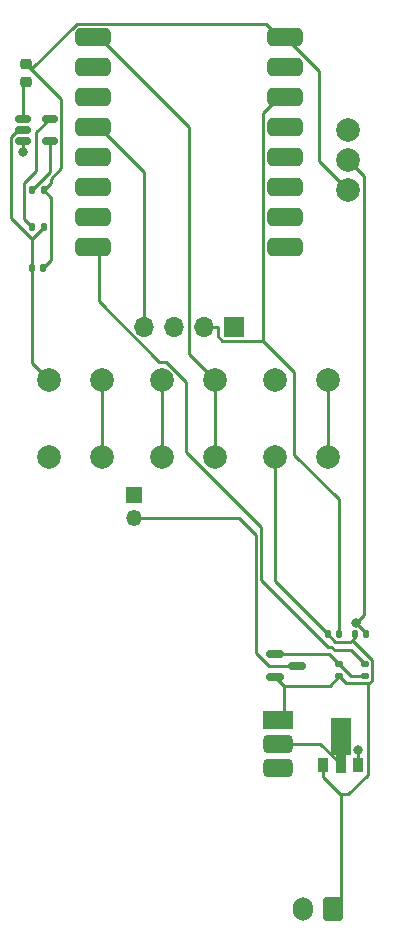
<source format=gbr>
%TF.GenerationSoftware,KiCad,Pcbnew,7.0.7*%
%TF.CreationDate,2024-05-12T05:58:01-05:00*%
%TF.ProjectId,ThinkTankTimerVote,5468696e-6b54-4616-9e6b-54696d657256,rev?*%
%TF.SameCoordinates,Original*%
%TF.FileFunction,Copper,L1,Top*%
%TF.FilePolarity,Positive*%
%FSLAX46Y46*%
G04 Gerber Fmt 4.6, Leading zero omitted, Abs format (unit mm)*
G04 Created by KiCad (PCBNEW 7.0.7) date 2024-05-12 05:58:01*
%MOMM*%
%LPD*%
G01*
G04 APERTURE LIST*
G04 Aperture macros list*
%AMRoundRect*
0 Rectangle with rounded corners*
0 $1 Rounding radius*
0 $2 $3 $4 $5 $6 $7 $8 $9 X,Y pos of 4 corners*
0 Add a 4 corners polygon primitive as box body*
4,1,4,$2,$3,$4,$5,$6,$7,$8,$9,$2,$3,0*
0 Add four circle primitives for the rounded corners*
1,1,$1+$1,$2,$3*
1,1,$1+$1,$4,$5*
1,1,$1+$1,$6,$7*
1,1,$1+$1,$8,$9*
0 Add four rect primitives between the rounded corners*
20,1,$1+$1,$2,$3,$4,$5,0*
20,1,$1+$1,$4,$5,$6,$7,0*
20,1,$1+$1,$6,$7,$8,$9,0*
20,1,$1+$1,$8,$9,$2,$3,0*%
%AMFreePoly0*
4,1,9,3.862500,-0.866500,0.737500,-0.866500,0.737500,-0.450000,-0.737500,-0.450000,-0.737500,0.450000,0.737500,0.450000,0.737500,0.866500,3.862500,0.866500,3.862500,-0.866500,3.862500,-0.866500,$1*%
G04 Aperture macros list end*
%TA.AperFunction,ComponentPad*%
%ADD10C,2.000000*%
%TD*%
%TA.AperFunction,SMDPad,CuDef*%
%ADD11RoundRect,0.140000X-0.140000X-0.170000X0.140000X-0.170000X0.140000X0.170000X-0.140000X0.170000X0*%
%TD*%
%TA.AperFunction,SMDPad,CuDef*%
%ADD12RoundRect,0.150000X-0.587500X-0.150000X0.587500X-0.150000X0.587500X0.150000X-0.587500X0.150000X0*%
%TD*%
%TA.AperFunction,SMDPad,CuDef*%
%ADD13R,0.900000X1.300000*%
%TD*%
%TA.AperFunction,SMDPad,CuDef*%
%ADD14FreePoly0,90.000000*%
%TD*%
%TA.AperFunction,SMDPad,CuDef*%
%ADD15RoundRect,0.135000X-0.135000X-0.185000X0.135000X-0.185000X0.135000X0.185000X-0.135000X0.185000X0*%
%TD*%
%TA.AperFunction,ComponentPad*%
%ADD16R,1.700000X1.700000*%
%TD*%
%TA.AperFunction,ComponentPad*%
%ADD17O,1.700000X1.700000*%
%TD*%
%TA.AperFunction,SMDPad,CuDef*%
%ADD18RoundRect,0.135000X0.185000X-0.135000X0.185000X0.135000X-0.185000X0.135000X-0.185000X-0.135000X0*%
%TD*%
%TA.AperFunction,ComponentPad*%
%ADD19RoundRect,0.381000X-1.119000X-0.381000X1.119000X-0.381000X1.119000X0.381000X-1.119000X0.381000X0*%
%TD*%
%TA.AperFunction,SMDPad,CuDef*%
%ADD20RoundRect,0.150000X-0.512500X-0.150000X0.512500X-0.150000X0.512500X0.150000X-0.512500X0.150000X0*%
%TD*%
%TA.AperFunction,ComponentPad*%
%ADD21R,2.524000X1.524000*%
%TD*%
%TA.AperFunction,ComponentPad*%
%ADD22RoundRect,0.381000X-0.881000X-0.381000X0.881000X-0.381000X0.881000X0.381000X-0.881000X0.381000X0*%
%TD*%
%TA.AperFunction,ComponentPad*%
%ADD23RoundRect,0.250000X0.600000X0.750000X-0.600000X0.750000X-0.600000X-0.750000X0.600000X-0.750000X0*%
%TD*%
%TA.AperFunction,ComponentPad*%
%ADD24O,1.700000X2.000000*%
%TD*%
%TA.AperFunction,SMDPad,CuDef*%
%ADD25RoundRect,0.218750X0.256250X-0.218750X0.256250X0.218750X-0.256250X0.218750X-0.256250X-0.218750X0*%
%TD*%
%TA.AperFunction,ComponentPad*%
%ADD26R,1.350000X1.350000*%
%TD*%
%TA.AperFunction,ComponentPad*%
%ADD27O,1.350000X1.350000*%
%TD*%
%TA.AperFunction,ViaPad*%
%ADD28C,0.800000*%
%TD*%
%TA.AperFunction,Conductor*%
%ADD29C,0.250000*%
%TD*%
G04 APERTURE END LIST*
D10*
%TO.P,SW3,1,1*%
%TO.N,GND*%
X182245000Y-105410000D03*
X182245000Y-98910000D03*
%TO.P,SW3,2,2*%
%TO.N,Middle*%
X186745000Y-105410000D03*
X186745000Y-98910000D03*
%TD*%
D11*
%TO.P,C2,1*%
%TO.N,GND*%
X196271000Y-120396000D03*
%TO.P,C2,2*%
%TO.N,+3V3*%
X197231000Y-120396000D03*
%TD*%
D12*
%TO.P,Q1,1,G*%
%TO.N,Net-(Q1-G)*%
X191800000Y-122113000D03*
%TO.P,Q1,2,S*%
%TO.N,GND*%
X191800000Y-124013000D03*
%TO.P,Q1,3,D*%
%TO.N,Motor-*%
X193675000Y-123063000D03*
%TD*%
D13*
%TO.P,U2,1,GND*%
%TO.N,GND*%
X195858000Y-131490000D03*
D14*
%TO.P,U2,2,VIN*%
%TO.N,VILDO*%
X197358000Y-131402500D03*
D13*
%TO.P,U2,3,VOUT*%
%TO.N,+3V3*%
X198858000Y-131490000D03*
%TD*%
D11*
%TO.P,C1,1*%
%TO.N,GND*%
X198557000Y-120396000D03*
%TO.P,C1,2*%
%TO.N,VILDO*%
X199517000Y-120396000D03*
%TD*%
D15*
%TO.P,R4,1*%
%TO.N,Net-(U3-PROG)*%
X171214000Y-85904000D03*
%TO.P,R4,2*%
%TO.N,GND*%
X172234000Y-85904000D03*
%TD*%
D10*
%TO.P,SW2,1,1*%
%TO.N,GND*%
X172665000Y-105410000D03*
X172665000Y-98910000D03*
%TO.P,SW2,2,2*%
%TO.N,Left*%
X177165000Y-105410000D03*
X177165000Y-98910000D03*
%TD*%
D16*
%TO.P,J4,1,Pin_1*%
%TO.N,GND*%
X188341000Y-94361000D03*
D17*
%TO.P,J4,2,Pin_2*%
%TO.N,+3V3*%
X185801000Y-94361000D03*
%TO.P,J4,3,Pin_3*%
%TO.N,SCL*%
X183261000Y-94361000D03*
%TO.P,J4,4,Pin_4*%
%TO.N,SDA*%
X180721000Y-94361000D03*
%TD*%
D18*
%TO.P,R2,1*%
%TO.N,GND*%
X197231000Y-123952000D03*
%TO.P,R2,2*%
%TO.N,Net-(Q1-G)*%
X197231000Y-122932000D03*
%TD*%
D19*
%TO.P,U1,0,GPIO0*%
%TO.N,unconnected-(U1-GPIO0-Pad0)*%
X192651000Y-87630000D03*
%TO.P,U1,1,GPIO1*%
%TO.N,unconnected-(U1-GPIO1-Pad1)*%
X192651000Y-85090000D03*
%TO.P,U1,2,GPIO2*%
%TO.N,ADC2*%
X192651000Y-82550000D03*
%TO.P,U1,3,GPIO3*%
%TO.N,ADC3*%
X192651000Y-80010000D03*
%TO.P,U1,4,GPIO4*%
%TO.N,Left*%
X192651000Y-77470000D03*
%TO.P,U1,5,GPIO5*%
%TO.N,Middle*%
X176411000Y-69850000D03*
%TO.P,U1,6,GPIO6*%
%TO.N,Right*%
X176411000Y-72390000D03*
%TO.P,U1,7,GPIO7*%
%TO.N,unconnected-(U1-GPIO7-Pad7)*%
X176411000Y-74930000D03*
%TO.P,U1,8,GPIO8*%
%TO.N,SDA*%
X176411000Y-77470000D03*
%TO.P,U1,9,GPIO9*%
%TO.N,SCL*%
X176411000Y-80010000D03*
%TO.P,U1,10,GPIO10*%
%TO.N,unconnected-(U1-GPIO10-Pad10)*%
X176411000Y-82550000D03*
%TO.P,U1,20,GPIO20*%
%TO.N,ScreenSig*%
X176411000Y-85090000D03*
%TO.P,U1,21,GPIO21*%
%TO.N,MotSig*%
X176411000Y-87630000D03*
%TO.P,U1,100,5V*%
%TO.N,+5V*%
X192651000Y-69850000D03*
%TO.P,U1,101,GND*%
%TO.N,GND*%
X192651000Y-72390000D03*
%TO.P,U1,102,3V3*%
%TO.N,+3V3*%
X192651000Y-74930000D03*
%TD*%
D10*
%TO.P,SW1,1,A*%
%TO.N,Batt+*%
X197993000Y-77724000D03*
%TO.P,SW1,2,B*%
%TO.N,VILDO*%
X197993000Y-80264000D03*
%TO.P,SW1,3,C*%
%TO.N,+5V*%
X197993000Y-82804000D03*
%TD*%
D11*
%TO.P,C3,1*%
%TO.N,GND*%
X171224000Y-89408000D03*
%TO.P,C3,2*%
%TO.N,+5V*%
X172184000Y-89408000D03*
%TD*%
D20*
%TO.P,U3,1,~{CHRG}*%
%TO.N,Net-(D1-K)*%
X170445000Y-76774000D03*
%TO.P,U3,2,GND*%
%TO.N,GND*%
X170445000Y-77724000D03*
%TO.P,U3,3,BAT*%
%TO.N,Batt+*%
X170445000Y-78674000D03*
%TO.P,U3,4,V_{CC}*%
%TO.N,Net-(U3-V_{CC})*%
X172720000Y-78674000D03*
%TO.P,U3,5,PROG*%
%TO.N,Net-(U3-PROG)*%
X172720000Y-76774000D03*
%TD*%
D10*
%TO.P,SW4,1,1*%
%TO.N,GND*%
X191770000Y-105410000D03*
X191770000Y-98910000D03*
%TO.P,SW4,2,2*%
%TO.N,Right*%
X196270000Y-105410000D03*
X196270000Y-98910000D03*
%TD*%
D21*
%TO.P,L1,1,GND*%
%TO.N,GND*%
X192032000Y-127635000D03*
D22*
%TO.P,L1,2,VI*%
%TO.N,VILDO*%
X192032000Y-129667000D03*
%TO.P,L1,3,VO*%
%TO.N,+3V3*%
X192032000Y-131699000D03*
%TD*%
D23*
%TO.P,J1,1,Pin_1*%
%TO.N,GND*%
X196703000Y-143644500D03*
D24*
%TO.P,J1,2,Pin_2*%
%TO.N,Batt+*%
X194203000Y-143644500D03*
%TD*%
D25*
%TO.P,D1,1,K*%
%TO.N,Net-(D1-K)*%
X170688000Y-73660000D03*
%TO.P,D1,2,A*%
%TO.N,+5V*%
X170688000Y-72085000D03*
%TD*%
D26*
%TO.P,J2,1,Pin_1*%
%TO.N,+3V3*%
X179832000Y-108585000D03*
D27*
%TO.P,J2,2,Pin_2*%
%TO.N,Motor-*%
X179832000Y-110585000D03*
%TD*%
D15*
%TO.P,R3,1*%
%TO.N,Net-(U3-V_{CC})*%
X171214000Y-82804000D03*
%TO.P,R3,2*%
%TO.N,+5V*%
X172234000Y-82804000D03*
%TD*%
D18*
%TO.P,R1,1*%
%TO.N,Net-(Q1-G)*%
X199390000Y-123952000D03*
%TO.P,R1,2*%
%TO.N,MotSig*%
X199390000Y-122932000D03*
%TD*%
D28*
%TO.N,+3V3*%
X198858000Y-130227000D03*
%TO.N,Batt+*%
X170445000Y-79596000D03*
%TO.N,VILDO*%
X198694000Y-119477000D03*
%TD*%
D29*
%TO.N,GND*%
X197300000Y-133909000D02*
X198029000Y-133909000D01*
X195858000Y-132467000D02*
X197300000Y-133909000D01*
X196438000Y-124745000D02*
X192532000Y-124745000D01*
X169448000Y-85137900D02*
X171224000Y-86914000D01*
X182245000Y-98910000D02*
X182245000Y-105410000D01*
X198337000Y-120901000D02*
X198557000Y-120681000D01*
X171224000Y-89408000D02*
X171224000Y-86914000D01*
X199641000Y-124551000D02*
X197830000Y-124551000D01*
X199641000Y-132298000D02*
X199641000Y-124551000D01*
X169448000Y-78300800D02*
X169448000Y-85137900D01*
X197420000Y-142927000D02*
X196703000Y-143644000D01*
X198557000Y-120681000D02*
X198557000Y-120396000D01*
X198204000Y-121033000D02*
X198337000Y-120901000D01*
X196271000Y-120396000D02*
X196271000Y-120407000D01*
X171224000Y-86914000D02*
X172234000Y-85904000D01*
X199807000Y-124551000D02*
X200038000Y-124321000D01*
X199641000Y-124551000D02*
X199807000Y-124551000D01*
X200038000Y-122602000D02*
X198337000Y-120901000D01*
X191770000Y-115895000D02*
X196271000Y-120396000D01*
X196703000Y-143644000D02*
X196703000Y-143644500D01*
X197420000Y-134029000D02*
X197420000Y-142927000D01*
X172665000Y-98910000D02*
X171224000Y-97469000D01*
X197300000Y-133909000D02*
X197420000Y-134029000D01*
X191770000Y-105410000D02*
X191770000Y-115895000D01*
X197830000Y-124551000D02*
X197231000Y-123952000D01*
X197231000Y-123952000D02*
X196438000Y-124745000D01*
X171224000Y-97469000D02*
X171224000Y-89408000D01*
X195858000Y-131490000D02*
X195858000Y-132467000D01*
X170025000Y-77724000D02*
X169448000Y-78300800D01*
X200038000Y-124321000D02*
X200038000Y-122602000D01*
X196271000Y-120407000D02*
X196897000Y-121033000D01*
X198029000Y-133909000D02*
X199641000Y-132298000D01*
X192532000Y-127635000D02*
X192532000Y-124745000D01*
X192532000Y-124745000D02*
X191800000Y-124013000D01*
X196897000Y-121033000D02*
X198204000Y-121033000D01*
X170445000Y-77724000D02*
X170025000Y-77724000D01*
%TO.N,+3V3*%
X190802000Y-76278500D02*
X192151000Y-74930000D01*
X190802000Y-95543200D02*
X190802000Y-76278500D01*
X193429000Y-98169800D02*
X190802000Y-95543200D01*
X185801000Y-94361000D02*
X186978000Y-94361000D01*
X187351000Y-95543200D02*
X190802000Y-95543200D01*
X197231000Y-108996000D02*
X193429000Y-105195000D01*
X186978000Y-95170100D02*
X187351000Y-95543200D01*
X198858000Y-131490000D02*
X198858000Y-130227000D01*
X197231000Y-120396000D02*
X197231000Y-108996000D01*
X193429000Y-105195000D02*
X193429000Y-98169800D01*
X186978000Y-94361000D02*
X186978000Y-95170100D01*
%TO.N,SDA*%
X176911000Y-77470000D02*
X180721000Y-81280000D01*
X180721000Y-81280000D02*
X180721000Y-94361000D01*
%TO.N,Net-(Q1-G)*%
X197231000Y-122932000D02*
X196412000Y-122113000D01*
X196412000Y-122113000D02*
X191800000Y-122113000D01*
X199390000Y-123952000D02*
X198251000Y-123952000D01*
X198251000Y-123952000D02*
X197231000Y-122932000D01*
%TO.N,Motor-*%
X191285000Y-123063000D02*
X190181000Y-121959000D01*
X190181000Y-112008000D02*
X188757000Y-110585000D01*
X188757000Y-110585000D02*
X179832000Y-110585000D01*
X190181000Y-121959000D02*
X190181000Y-112008000D01*
X193675000Y-123063000D02*
X191285000Y-123063000D01*
%TO.N,MotSig*%
X196328000Y-121484000D02*
X196584000Y-121484000D01*
X184314000Y-104991000D02*
X190650000Y-111327000D01*
X184314000Y-99065400D02*
X184314000Y-104991000D01*
X182575000Y-97325700D02*
X184314000Y-99065400D01*
X196851000Y-121751000D02*
X198209000Y-121751000D01*
X176911000Y-87630000D02*
X176911000Y-92215400D01*
X190650000Y-115806000D02*
X196328000Y-121484000D01*
X176911000Y-92215400D02*
X182021000Y-97325700D01*
X182021000Y-97325700D02*
X182575000Y-97325700D01*
X190650000Y-111327000D02*
X190650000Y-115806000D01*
X196584000Y-121484000D02*
X196851000Y-121751000D01*
X198209000Y-121751000D02*
X199390000Y-122932000D01*
%TO.N,Left*%
X177165000Y-98910000D02*
X177165000Y-105410000D01*
%TO.N,Middle*%
X176911000Y-69850000D02*
X184531000Y-77470000D01*
X184531000Y-77470000D02*
X184531000Y-96696000D01*
X186745000Y-98910000D02*
X186745000Y-105410000D01*
X184531000Y-96696000D02*
X186745000Y-98910000D01*
%TO.N,Right*%
X196270000Y-98910000D02*
X196270000Y-105410000D01*
%TO.N,+5V*%
X172830000Y-81857200D02*
X172830000Y-82208100D01*
X197993000Y-82804000D02*
X195505000Y-80315700D01*
X192151000Y-69850000D02*
X191047000Y-68746200D01*
X172234000Y-82804000D02*
X172862000Y-83432000D01*
X172830000Y-82208100D02*
X172234000Y-82804000D01*
X195505000Y-72724900D02*
X192630000Y-69850000D01*
X171182000Y-72579200D02*
X173725000Y-75121800D01*
X175015000Y-68746200D02*
X171182000Y-72579200D01*
X191047000Y-68746200D02*
X175015000Y-68746200D01*
X172862000Y-83432000D02*
X172862000Y-88730000D01*
X171182000Y-72579200D02*
X170688000Y-72085000D01*
X172862000Y-88730000D02*
X172184000Y-89408000D01*
X195505000Y-80315700D02*
X195505000Y-72724900D01*
X173725000Y-80962300D02*
X172830000Y-81857200D01*
X173725000Y-75121800D02*
X173725000Y-80962300D01*
X192630000Y-69850000D02*
X192151000Y-69850000D01*
%TO.N,Batt+*%
X170445000Y-78674000D02*
X170445000Y-79596000D01*
%TO.N,VILDO*%
X198701000Y-119477000D02*
X198694000Y-119477000D01*
X199517000Y-120293000D02*
X198701000Y-119477000D01*
X199517000Y-120396000D02*
X199517000Y-120293000D01*
X195622000Y-129667000D02*
X197358000Y-131402000D01*
X199365000Y-118813000D02*
X198701000Y-119477000D01*
X192532000Y-129667000D02*
X195622000Y-129667000D01*
X197358000Y-131402500D02*
X197358000Y-131402000D01*
X199365000Y-81636300D02*
X199365000Y-118813000D01*
X197993000Y-80264000D02*
X199365000Y-81636300D01*
%TO.N,Net-(D1-K)*%
X170688000Y-73660000D02*
X170445000Y-73903000D01*
X170445000Y-73903000D02*
X170445000Y-76774000D01*
%TO.N,Net-(U3-V_{CC})*%
X172720000Y-81298000D02*
X171214000Y-82804000D01*
X172720000Y-78674000D02*
X172720000Y-81298000D01*
%TO.N,Net-(U3-PROG)*%
X171585000Y-77909300D02*
X171585000Y-81174900D01*
X170587000Y-82172800D02*
X170587000Y-85276800D01*
X171585000Y-81174900D02*
X170587000Y-82172800D01*
X170587000Y-85276800D02*
X171214000Y-85904000D01*
X172720000Y-76774000D02*
X171585000Y-77909300D01*
%TD*%
M02*

</source>
